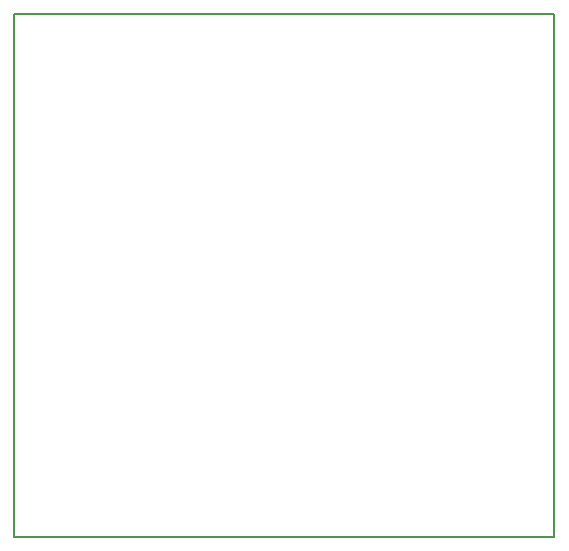
<source format=gbr>
G04 DipTrace 3.1.0.1*
G04 BoardOutline.gbr*
%MOIN*%
G04 #@! TF.FileFunction,Profile*
G04 #@! TF.Part,Single*
%ADD11C,0.005512*%
%FSLAX26Y26*%
G04*
G70*
G90*
G75*
G01*
G04 BoardOutline*
%LPD*%
X393701Y2137795D2*
D11*
X2193701D1*
Y393701D1*
X393701D1*
Y2137795D1*
M02*

</source>
